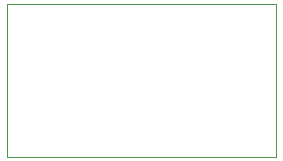
<source format=gbr>
%TF.GenerationSoftware,KiCad,Pcbnew,8.0.5-dirty*%
%TF.CreationDate,2025-05-16T12:44:22-07:00*%
%TF.ProjectId,yorp,796f7270-2e6b-4696-9361-645f70636258,rev?*%
%TF.SameCoordinates,Original*%
%TF.FileFunction,Profile,NP*%
%FSLAX46Y46*%
G04 Gerber Fmt 4.6, Leading zero omitted, Abs format (unit mm)*
G04 Created by KiCad (PCBNEW 8.0.5-dirty) date 2025-05-16 12:44:22*
%MOMM*%
%LPD*%
G01*
G04 APERTURE LIST*
%TA.AperFunction,Profile*%
%ADD10C,0.050000*%
%TD*%
G04 APERTURE END LIST*
D10*
X73075000Y-78865000D02*
X95825000Y-78865000D01*
X95825000Y-91805000D01*
X73075000Y-91805000D01*
X73075000Y-78865000D01*
M02*

</source>
